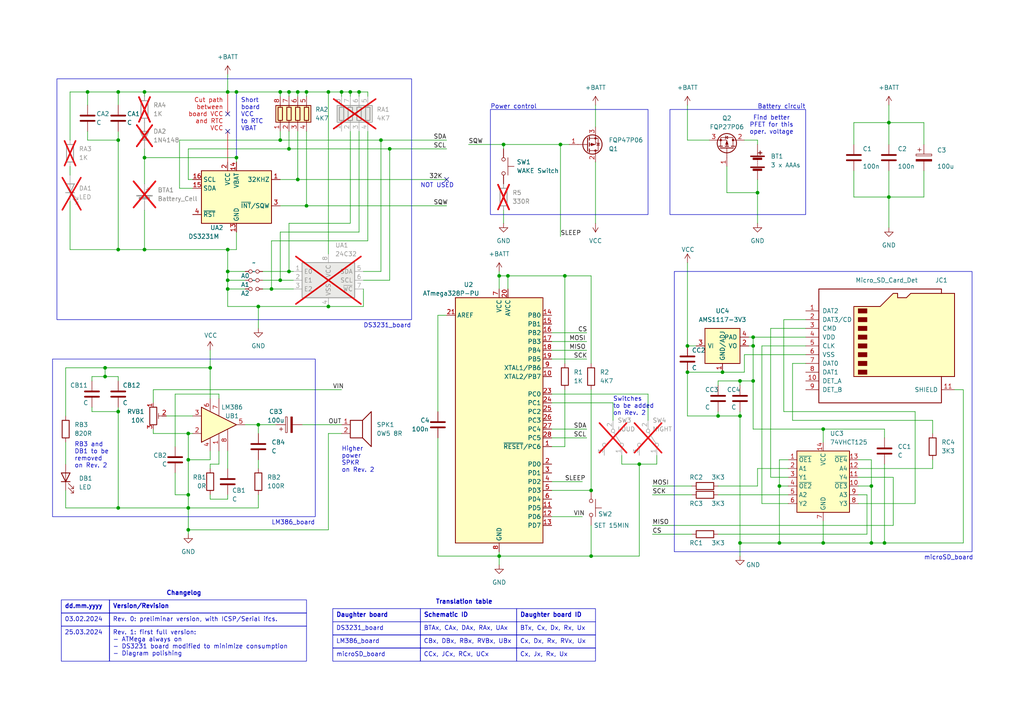
<source format=kicad_sch>
(kicad_sch (version 20231120) (generator "eeschema") (generator_version "8.0")
  (paper "A4")
  (title_block (title "Seikosha80 Westminster Chimer") (rev "1") (comment 1 "and \"http://gammon.com.au/images/Arduino/HHS_Temperature_Logger1.png\"") (comment 2 "Loosely based on \"http://www.gammon.com.au/forum/?id=12106\""))
  (lib_symbols
    (symbol "+BATT_1" (power) (pin_names (offset 0))
      (property "Value" "+BATT_1" (at 0 5.08 0))
      (symbol "+BATT_1_1_1"
        (pin power_in line (at 0 0 90) (length 0) hide (name "+BATT") (number "1"))
      )
    )
    (symbol "AMS1117-3V3:AMS1117-3V3" (pin_names (offset 0.762))
      (property "Reference" "U" (at 2.54 -6.35 0))
      (property "Value" "AMS1117-3V3" (at 0 6.35 0))
      (property "Datasheet" "http://www.ti.com/lit/ds/symlink/lm1117.pdf" (at 2.54 -6.35 0))
      (symbol "AMS1117-3V3_1_1"
        (pin passive line (at 0 -7.62 90) (length 2.54) (name "GND/ADJ") (number "1"))
        (pin power_out line (at 7.62 0 180) (length 2.54) (name "VO") (number "2"))
        (pin power_in line (at -7.62 0 0) (length 2.54) (name "VI") (number "3"))
        (pin power_out line (at 7.62 2.54 180) (length 2.54) (name "PAD") (number "4"))
      )
    )
    (symbol "Amplifier_Audio:LM386" (pin_names (offset 0.127) hide)
      (property "Reference" "U" (at 1.27 7.62 0))
      (property "Value" "LM386" (at 1.27 5.08 0))
      (symbol "LM386_1_1"
        (pin input line (at 0 -7.62 90) (length 5.08) (name "GAIN") (number "1"))
        (pin input line (at -7.62 -2.54 0) (length 2.54) (name "-") (number "2"))
        (pin input line (at -7.62 2.54 0) (length 2.54) (name "+") (number "3"))
        (pin power_in line (at -2.54 -7.62 90) (length 3.81) (name "GND") (number "4"))
        (pin output line (at 7.62 0 180) (length 2.54) (name "~") (number "5"))
        (pin power_in line (at -2.54 7.62 270) (length 3.81) (name "V+") (number "6"))
        (pin input line (at 0 7.62 270) (length 5.08) (name "BYPASS") (number "7"))
        (pin input line (at 2.54 -7.62 90) (length 6.35) (name "GAIN") (number "8"))
      )
    )
    (symbol "Connector:Micro_SD_Card_Det" (pin_names (offset 1.016))
      (property "Reference" "J" (at -16.51 17.78 0))
      (property "Value" "Micro_SD_Card_Det" (at 16.51 17.78 0))
      (symbol "Micro_SD_Card_Det_1_1"
        (pin bidirectional line (at -22.86 10.16 0) (length 3.81) (name "DAT2") (number "1"))
        (pin passive line (at -22.86 -10.16 0) (length 3.81) (name "DET_A") (number "10"))
        (pin passive line (at 20.32 -12.7 180) (length 3.81) (name "SHIELD") (number "11"))
        (pin bidirectional line (at -22.86 7.62 0) (length 3.81) (name "DAT3/CD") (number "2"))
        (pin input line (at -22.86 5.08 0) (length 3.81) (name "CMD") (number "3"))
        (pin power_in line (at -22.86 2.54 0) (length 3.81) (name "VDD") (number "4"))
        (pin input line (at -22.86 0 0) (length 3.81) (name "CLK") (number "5"))
        (pin power_in line (at -22.86 -2.54 0) (length 3.81) (name "VSS") (number "6"))
        (pin bidirectional line (at -22.86 -5.08 0) (length 3.81) (name "DAT0") (number "7"))
        (pin bidirectional line (at -22.86 -7.62 0) (length 3.81) (name "DAT1") (number "8"))
        (pin passive line (at -22.86 -12.7 0) (length 3.81) (name "DET_B") (number "9"))
      )
    )
    (symbol "Device:Battery" (pin_numbers hide) (pin_names (offset 0) hide)
      (property "Reference" "BT" (at 2.54 2.54 0))
      (property "Value" "Battery" (at 2.54 0 0))
      (symbol "Battery_1_1"
        (pin passive line (at 0 5.08 270) (length 2.54) (name "+") (number "1"))
        (pin passive line (at 0 -5.08 90) (length 2.54) (name "-") (number "2"))
      )
    )
    (symbol "Device:Battery_Cell" (pin_numbers hide) (pin_names (offset 0) hide)
      (property "Reference" "BT" (at 2.54 2.54 0))
      (property "Value" "Battery_Cell" (at 2.54 0 0))
      (symbol "Battery_Cell_1_1"
        (pin passive line (at 0 5.08 270) (length 2.54) (name "+") (number "1"))
        (pin passive line (at 0 -2.54 90) (length 2.54) (name "-") (number "2"))
      )
    )
    (symbol "Device:C" (pin_numbers hide) (pin_names (offset 0.254))
      (property "Reference" "C" (at 0.635 2.54 0))
      (property "Value" "C" (at 0.635 -2.54 0))
      (symbol "C_1_1"
        (pin passive line (at 0 3.81 270) (length 2.794) (name "~") (number "1"))
        (pin passive line (at 0 -3.81 90) (length 2.794) (name "~") (number "2"))
      )
    )
    (symbol "Device:CP" (pin_numbers hide) (pin_names (offset 0.254))
      (property "Reference" "C" (at 0.635 2.54 0))
      (property "Value" "CP" (at 0.635 -2.54 0))
      (symbol "CP_1_1"
        (pin passive line (at 0 3.81 270) (length 2.794) (name "~") (number "1"))
        (pin passive line (at 0 -3.81 90) (length 2.794) (name "~") (number "2"))
      )
    )
    (symbol "Device:Jumper_NO_Small" (pin_numbers hide) (pin_names (offset 0.762) hide)
      (property "Reference" "JP" (at 0 2.032 0))
      (property "Value" "Jumper_NO_Small" (at 0.254 -1.524 0))
      (symbol "Jumper_NO_Small_0_1"
        (pin passive line (at -2.54 0 0) (length 1.016) (name "1") (number "1"))
        (pin passive line (at 2.54 0 180) (length 1.016) (name "2") (number "2"))
      )
    )
    (symbol "Device:LED" (pin_numbers hide) (pin_names (offset 1.016) hide)
      (property "Reference" "D" (at 0 2.54 0))
      (property "Value" "LED" (at 0 -2.54 0))
      (symbol "LED_1_1"
        (pin passive line (at -3.81 0 0) (length 2.54) (name "K") (number "1"))
        (pin passive line (at 3.81 0 180) (length 2.54) (name "A") (number "2"))
      )
    )
    (symbol "Device:R" (pin_numbers hide) (pin_names (offset 0))
      (property "Reference" "R" (at 2.032 0 90))
      (property "Value" "R" (at 0 0 90))
      (symbol "R_1_1"
        (pin passive line (at 0 3.81 270) (length 1.27) (name "~") (number "1"))
        (pin passive line (at 0 -3.81 90) (length 1.27) (name "~") (number "2"))
      )
    )
    (symbol "Device:R_POT_TRIM" (pin_names (offset 1.016) hide)
      (property "Reference" "RV" (at -4.445 0 90))
      (property "Value" "R_POT_TRIM" (at -2.54 0 90))
      (symbol "R_POT_TRIM_1_1"
        (pin passive line (at 0 3.81 270) (length 1.27) (name "1") (number "1"))
        (pin passive line (at 3.81 0 180) (length 1.27) (name "2") (number "2"))
        (pin passive line (at 0 -3.81 90) (length 1.27) (name "3") (number "3"))
      )
    )
    (symbol "Device:R_Pack04" (pin_names (offset 0) hide)
      (property "Reference" "RN" (at -7.62 0 90))
      (property "Value" "R_Pack04" (at 5.08 0 90))
      (symbol "R_Pack04_1_1"
        (pin passive line (at -5.08 -5.08 90) (length 2.54) (name "R1.1") (number "1"))
        (pin passive line (at -2.54 -5.08 90) (length 2.54) (name "R2.1") (number "2"))
        (pin passive line (at 0 -5.08 90) (length 2.54) (name "R3.1") (number "3"))
        (pin passive line (at 2.54 -5.08 90) (length 2.54) (name "R4.1") (number "4"))
        (pin passive line (at 2.54 5.08 270) (length 2.54) (name "R4.2") (number "5"))
        (pin passive line (at 0 5.08 270) (length 2.54) (name "R3.2") (number "6"))
        (pin passive line (at -2.54 5.08 270) (length 2.54) (name "R2.2") (number "7"))
        (pin passive line (at -5.08 5.08 270) (length 2.54) (name "R1.2") (number "8"))
      )
    )
    (symbol "Device:Speaker" (pin_names (offset 0) hide)
      (property "Reference" "LS" (at 1.27 5.715 0))
      (property "Value" "Speaker" (at 1.27 3.81 0))
      (symbol "Speaker_1_1"
        (pin input line (at -5.08 0 0) (length 2.54) (name "1") (number "1"))
        (pin input line (at -5.08 -2.54 0) (length 2.54) (name "2") (number "2"))
      )
    )
    (symbol "Diode:1N4148" (pin_numbers hide) (pin_names (offset 1.016) hide)
      (property "Reference" "D" (at 0 2.54 0))
      (property "Value" "1N4148" (at 0 -2.54 0))
      (symbol "1N4148_1_1"
        (pin passive line (at -3.81 0 0) (length 2.54) (name "K") (number "1"))
        (pin passive line (at 3.81 0 180) (length 2.54) (name "A") (number "2"))
      )
    )
    (symbol "MCU_Microchip_ATmega:ATmega328P-P"
      (property "Reference" "U" (at -12.7 36.83 0))
      (property "Value" "ATmega328P-P" (at 2.54 -36.83 0))
      (symbol "ATmega328P-P_1_1"
        (pin bidirectional line (at 15.24 -7.62 180) (length 2.54) (name "~{RESET}/PC6") (number "1"))
        (pin bidirectional line (at 15.24 12.7 180) (length 2.54) (name "XTAL2/PB7") (number "10"))
        (pin bidirectional line (at 15.24 -25.4 180) (length 2.54) (name "PD5") (number "11"))
        (pin bidirectional line (at 15.24 -27.94 180) (length 2.54) (name "PD6") (number "12"))
        (pin bidirectional line (at 15.24 -30.48 180) (length 2.54) (name "PD7") (number "13"))
        (pin bidirectional line (at 15.24 30.48 180) (length 2.54) (name "PB0") (number "14"))
        (pin bidirectional line (at 15.24 27.94 180) (length 2.54) (name "PB1") (number "15"))
        (pin bidirectional line (at 15.24 25.4 180) (length 2.54) (name "PB2") (number "16"))
        (pin bidirectional line (at 15.24 22.86 180) (length 2.54) (name "PB3") (number "17"))
        (pin bidirectional line (at 15.24 20.32 180) (length 2.54) (name "PB4") (number "18"))
        (pin bidirectional line (at 15.24 17.78 180) (length 2.54) (name "PB5") (number "19"))
        (pin bidirectional line (at 15.24 -12.7 180) (length 2.54) (name "PD0") (number "2"))
        (pin power_in line (at 2.54 38.1 270) (length 2.54) (name "AVCC") (number "20"))
        (pin passive line (at -15.24 30.48 0) (length 2.54) (name "AREF") (number "21"))
        (pin passive line (at 0 -38.1 90) (length 2.54) hide (name "GND") (number "22"))
        (pin bidirectional line (at 15.24 7.62 180) (length 2.54) (name "PC0") (number "23"))
        (pin bidirectional line (at 15.24 5.08 180) (length 2.54) (name "PC1") (number "24"))
        (pin bidirectional line (at 15.24 2.54 180) (length 2.54) (name "PC2") (number "25"))
        (pin bidirectional line (at 15.24 0 180) (length 2.54) (name "PC3") (number "26"))
        (pin bidirectional line (at 15.24 -2.54 180) (length 2.54) (name "PC4") (number "27"))
        (pin bidirectional line (at 15.24 -5.08 180) (length 2.54) (name "PC5") (number "28"))
        (pin bidirectional line (at 15.24 -15.24 180) (length 2.54) (name "PD1") (number "3"))
        (pin bidirectional line (at 15.24 -17.78 180) (length 2.54) (name "PD2") (number "4"))
        (pin bidirectional line (at 15.24 -20.32 180) (length 2.54) (name "PD3") (number "5"))
        (pin bidirectional line (at 15.24 -22.86 180) (length 2.54) (name "PD4") (number "6"))
        (pin power_in line (at 0 38.1 270) (length 2.54) (name "VCC") (number "7"))
        (pin power_in line (at 0 -38.1 90) (length 2.54) (name "GND") (number "8"))
        (pin bidirectional line (at 15.24 15.24 180) (length 2.54) (name "XTAL1/PB6") (number "9"))
      )
    )
    (symbol "Memory_EEPROM:CAT24C256"
      (property "Reference" "U3" (at 1.9559 10.16 0))
      (property "Value" "74VHCT125" (at 1.9559 7.62 0))
      (symbol "CAT24C256_1_1"
        (pin input line (at -10.16 2.54 0) (length 2.54) (name "~{OE1}") (number "1"))
        (pin input line (at 10.16 -5.08 180) (length 2.54) (name "~{OE3}") (number "10"))
        (pin output line (at 10.16 -2.54 180) (length 2.54) (name "Y4") (number "11"))
        (pin input line (at 10.16 0 180) (length 2.54) (name "A4") (number "12"))
        (pin input line (at 10.16 2.54 180) (length 2.54) (name "~{OE4}") (number "13"))
        (pin power_in line (at 0 7.62 270) (length 2.54) (name "VCC") (number "14"))
        (pin input line (at -10.16 0 0) (length 2.54) (name "A1") (number "2"))
        (pin output line (at -10.16 -2.54 0) (length 2.54) (name "Y1") (number "3"))
        (pin input line (at -10.16 -5.08 0) (length 2.54) (name "~{OE2}") (number "4"))
        (pin input line (at -10.16 -7.62 0) (length 2.54) (name "A2") (number "5"))
        (pin output line (at -10.16 -10.16 0) (length 2.54) (name "Y2") (number "6"))
        (pin power_in line (at 0 -15.24 90) (length 2.54) (name "GND") (number "7"))
        (pin output line (at 10.16 -10.16 180) (length 2.54) (name "Y3") (number "8"))
        (pin input line (at 10.16 -7.62 180) (length 2.54) (name "A3") (number "9"))
      )
    )
    (symbol "Memory_EEPROM:M24C02-FDW"
      (property "Reference" "U" (at -6.35 6.35 0))
      (property "Value" "M24C02-FDW" (at 7.62 6.35 0))
      (symbol "M24C02-FDW_1_1"
        (pin input line (at -10.16 2.54 0) (length 2.54) (name "E0") (number "1"))
        (pin input line (at -10.16 0 0) (length 2.54) (name "E1") (number "2"))
        (pin input line (at -10.16 -2.54 0) (length 2.54) (name "E2") (number "3"))
        (pin power_in line (at 0 -7.62 90) (length 2.54) (name "VSS") (number "4"))
        (pin bidirectional line (at 10.16 2.54 180) (length 2.54) (name "SDA") (number "5"))
        (pin input line (at 10.16 0 180) (length 2.54) (name "SCL") (number "6"))
        (pin input line (at 10.16 -2.54 180) (length 2.54) (name "~{WC}") (number "7"))
        (pin power_in line (at 0 7.62 270) (length 2.54) (name "VCC") (number "8"))
      )
    )
    (symbol "Switch:SW_Push" (pin_numbers hide) (pin_names (offset 1.016) hide)
      (property "Reference" "SW" (at 1.27 2.54 0))
      (property "Value" "SW_Push" (at 0 -1.524 0))
      (symbol "SW_Push_0_1"
        (pin passive line (at -5.08 0 0) (length 2.54) (name "1") (number "1"))
        (pin passive line (at 5.08 0 180) (length 2.54) (name "2") (number "2"))
      )
    )
    (symbol "Switch:SW_SPDT" (pin_names (offset 0) hide)
      (property "Reference" "SW" (at 0 4.318 0))
      (property "Value" "SW_SPDT" (at 0 -5.08 0))
      (symbol "SW_SPDT_1_1"
        (pin passive line (at 5.08 2.54 180) (length 2.54) (name "A") (number "1"))
        (pin passive line (at -5.08 0 0) (length 2.54) (name "B") (number "2"))
        (pin passive line (at 5.08 -2.54 180) (length 2.54) (name "C") (number "3"))
      )
    )
    (symbol "Timer_RTC:DS3231M"
      (property "Reference" "U" (at -7.62 8.89 0))
      (property "Value" "DS3231M" (at 10.16 8.89 0))
      (symbol "DS3231M_1_1"
        (pin open_collector line (at 12.7 5.08 180) (length 2.54) (name "32KHZ") (number "1"))
        (pin passive line (at 0 -10.16 90) (length 2.54) hide (name "GND") (number "10"))
        (pin passive line (at 0 -10.16 90) (length 2.54) hide (name "GND") (number "11"))
        (pin passive line (at 0 -10.16 90) (length 2.54) hide (name "GND") (number "12"))
        (pin power_in line (at 0 -10.16 90) (length 2.54) (name "GND") (number "13"))
        (pin power_in line (at 0 10.16 270) (length 2.54) (name "VBAT") (number "14"))
        (pin bidirectional line (at -12.7 2.54 0) (length 2.54) (name "SDA") (number "15"))
        (pin input line (at -12.7 5.08 0) (length 2.54) (name "SCL") (number "16"))
        (pin power_in line (at -2.54 10.16 270) (length 2.54) (name "VCC") (number "2"))
        (pin open_collector line (at 12.7 -2.54 180) (length 2.54) (name "~{INT}/SQW") (number "3"))
        (pin bidirectional line (at -12.7 -5.08 0) (length 2.54) (name "~{RST}") (number "4"))
        (pin passive line (at 0 -10.16 90) (length 2.54) hide (name "GND") (number "5"))
        (pin passive line (at 0 -10.16 90) (length 2.54) hide (name "GND") (number "6"))
        (pin passive line (at 0 -10.16 90) (length 2.54) hide (name "GND") (number "7"))
        (pin passive line (at 0 -10.16 90) (length 2.54) hide (name "GND") (number "8"))
        (pin passive line (at 0 -10.16 90) (length 2.54) hide (name "GND") (number "9"))
      )
    )
    (symbol "Transistor_FET:FQP27P06" (pin_names hide)
      (property "Reference" "Q" (at 5.08 1.905 0))
      (property "Value" "FQP27P06" (at 5.08 0 0))
      (symbol "FQP27P06_1_1"
        (pin input line (at -5.08 0 0) (length 2.54) (name "G") (number "1"))
        (pin passive line (at 2.54 5.08 270) (length 2.54) (name "D") (number "2"))
        (pin passive line (at 2.54 -5.08 90) (length 2.54) (name "S") (number "3"))
      )
    )
    (symbol "power:+BATT" (power) (pin_names (offset 0))
      (property "Value" "+BATT" (at 0 3.556 0))
      (symbol "+BATT_1_1"
        (pin power_in line (at 0 0 90) (length 0) hide (name "+BATT") (number "1"))
      )
    )
    (symbol "power:GND" (power) (pin_names (offset 0))
      (property "Value" "GND" (at 0 -3.81 0))
      (symbol "GND_1_1"
        (pin power_in line (at 0 0 270) (length 0) hide (name "GND") (number "1"))
      )
    )
    (symbol "power:VCC" (power) (pin_names (offset 0))
      (property "Value" "VCCSW" (at 0 5.08 0))
      (symbol "VCC_1_1"
        (pin power_in line (at 0 0 90) (length 0) hide (name "VCC") (number "1"))
      )
    )
  )
  (junction (at 163.83 80.01))
  (junction (at 226.06 157.48))
  (junction (at 83.82 26.67))
  (junction (at 78.74 83.82))
  (junction (at 171.45 142.24))
  (junction (at 54.61 147.32))
  (junction (at 219.71 55.88))
  (junction (at 25.4 26.67))
  (junction (at 34.29 72.39))
  (junction (at 257.81 57.15))
  (junction (at 86.36 52.07))
  (junction (at 83.82 78.74))
  (junction (at 162.56 41.91))
  (junction (at 54.61 153.67))
  (junction (at 88.9 59.69))
  (junction (at 199.39 100.33))
  (junction (at 147.32 80.01))
  (junction (at 74.93 123.19))
  (junction (at 238.76 157.48))
  (junction (at 41.91 26.67))
  (junction (at 199.39 107.95))
  (junction (at 30.48 106.68))
  (junction (at 208.28 120.65))
  (junction (at 218.44 110.49))
  (junction (at 88.9 26.67))
  (junction (at 74.93 88.9))
  (junction (at 218.44 100.33))
  (junction (at 66.04 81.28))
  (junction (at 214.63 157.48))
  (junction (at 110.49 40.64))
  (junction (at 256.54 157.48))
  (junction (at 60.96 106.68))
  (junction (at 41.91 72.39))
  (junction (at 81.28 40.64))
  (junction (at 238.76 124.46))
  (junction (at 83.82 43.18))
  (junction (at 101.6 26.67))
  (junction (at 252.73 140.97))
  (junction (at 104.14 26.67))
  (junction (at 209.55 107.95))
  (junction (at 34.29 26.67))
  (junction (at 66.04 72.39))
  (junction (at 68.58 26.67))
  (junction (at 81.28 81.28))
  (junction (at 41.91 45.72))
  (junction (at 171.45 161.29))
  (junction (at 99.06 26.67))
  (junction (at 95.25 88.9))
  (junction (at 66.04 78.74))
  (junction (at 54.61 143.51))
  (junction (at 146.05 41.91))
  (junction (at 66.04 83.82))
  (junction (at 113.03 43.18))
  (junction (at 81.28 26.67))
  (junction (at 68.58 45.72))
  (junction (at 226.06 140.97))
  (junction (at 86.36 26.67))
  (junction (at 252.73 157.48))
  (junction (at 34.29 147.32))
  (junction (at 257.81 35.56))
  (junction (at 144.78 161.29))
  (junction (at 66.04 26.67))
  (junction (at 30.48 109.22))
  (junction (at 95.25 26.67))
  (junction (at 54.61 133.35))
  (junction (at 34.29 40.64))
  (junction (at 144.78 80.01))
  (junction (at 34.29 119.38))
  (junction (at 218.44 97.79))
  (junction (at 54.61 125.73))
  (junction (at 214.63 120.65))
  (junction (at 185.42 134.62))
  (junction (at 214.63 110.49))
  (no_connect (at 66.04 33.02))
  (no_connect (at 129.54 52.07))
  (no_connect (at 66.04 38.1))
  (wire (pts (xy 267.97 57.15) (xy 257.81 57.15)))
  (wire (pts (xy 218.44 100.33) (xy 218.44 110.49)))
  (wire (pts (xy 257.81 57.15) (xy 257.81 66.04)))
  (wire (pts (xy 162.56 41.91) (xy 162.56 68.58)))
  (wire (pts (xy 19.05 147.32) (xy 34.29 147.32)))
  (wire (pts (xy 68.58 26.67) (xy 68.58 45.72)) (stroke (width 0) (color 0 0 194 1)))
  (wire (pts (xy 214.63 110.49) (xy 214.63 111.76)))
  (wire (pts (xy 233.68 105.41) (xy 229.87 105.41)))
  (wire (pts (xy 180.34 132.08) (xy 180.34 134.62)))
  (wire (pts (xy 208.28 154.94) (xy 251.46 154.94)))
  (wire (pts (xy 63.5 114.3) (xy 50.8 114.3)))
  (wire (pts (xy 44.45 116.84) (xy 44.45 113.03)))
  (wire (pts (xy 60.96 133.35) (xy 54.61 133.35)))
  (wire (pts (xy 25.4 26.67) (xy 34.29 26.67)))
  (wire (pts (xy 83.82 43.18) (xy 113.03 43.18)))
  (wire (pts (xy 199.39 40.64) (xy 205.74 40.64)))
  (wire (pts (xy 63.5 115.57) (xy 63.5 114.3)))
  (wire (pts (xy 50.8 137.16) (xy 50.8 143.51)))
  (wire (pts (xy 171.45 152.4) (xy 171.45 161.29)))
  (wire (pts (xy 86.36 52.07) (xy 81.28 52.07)))
  (wire (pts (xy 248.92 140.97) (xy 252.73 140.97)))
  (wire (pts (xy 78.74 69.85) (xy 78.74 83.82)))
  (wire (pts (xy 247.65 57.15) (xy 257.81 57.15)))
  (wire (pts (xy 63.5 134.62) (xy 63.5 130.81)))
  (wire (pts (xy 104.14 26.67) (xy 106.68 26.67)))
  (wire (pts (xy 41.91 45.72) (xy 41.91 53.34)))
  (wire (pts (xy 26.67 118.11) (xy 26.67 119.38)))
  (wire (pts (xy 189.23 154.94) (xy 200.66 154.94)))
  (wire (pts (xy 81.28 40.64) (xy 110.49 40.64)))
  (wire (pts (xy 127 127) (xy 127 161.29)))
  (wire (pts (xy 30.48 106.68) (xy 19.05 106.68)))
  (wire (pts (xy 88.9 26.67) (xy 95.25 26.67)))
  (wire (pts (xy 30.48 109.22) (xy 34.29 109.22)))
  (wire (pts (xy 177.8 116.84) (xy 177.8 121.92)))
  (wire (pts (xy 189.23 152.4) (xy 259.08 152.4)))
  (wire (pts (xy 99.06 125.73) (xy 95.25 125.73)))
  (wire (pts (xy 34.29 147.32) (xy 54.61 147.32)))
  (wire (pts (xy 160.02 142.24) (xy 171.45 142.24)))
  (wire (pts (xy 95.25 26.67) (xy 99.06 26.67)))
  (wire (pts (xy 76.2 83.82) (xy 78.74 83.82)))
  (wire (pts (xy 187.96 114.3) (xy 187.96 121.92)))
  (wire (pts (xy 218.44 124.46) (xy 238.76 124.46)))
  (wire (pts (xy 210.82 55.88) (xy 219.71 55.88)))
  (wire (pts (xy 41.91 45.72) (xy 68.58 45.72)))
  (wire (pts (xy 228.6 135.89) (xy 219.71 135.89)))
  (wire (pts (xy 55.88 125.73) (xy 54.61 125.73)))
  (wire (pts (xy 160.02 149.86) (xy 168.91 149.86)))
  (wire (pts (xy 34.29 38.1) (xy 34.29 40.64)))
  (wire (pts (xy 74.93 143.51) (xy 74.93 147.32)))
  (wire (pts (xy 199.39 120.65) (xy 199.39 107.95)))
  (wire (pts (xy 256.54 157.48) (xy 252.73 157.48)))
  (wire (pts (xy 81.28 81.28) (xy 85.09 81.28)))
  (wire (pts (xy 259.08 138.43) (xy 259.08 152.4)))
  (wire (pts (xy 279.4 113.03) (xy 279.4 157.48)))
  (wire (pts (xy 189.23 140.97) (xy 200.66 140.97)))
  (wire (pts (xy 68.58 72.39) (xy 68.58 67.31)))
  (wire (pts (xy 54.61 133.35) (xy 54.61 143.51)))
  (wire (pts (xy 66.04 26.67) (xy 68.58 26.67)))
  (wire (pts (xy 247.65 41.91) (xy 247.65 35.56)))
  (wire (pts (xy 81.28 40.64) (xy 81.28 38.1)))
  (wire (pts (xy 248.92 133.35) (xy 252.73 133.35)))
  (wire (pts (xy 60.96 134.62) (xy 63.5 134.62)))
  (wire (pts (xy 144.78 161.29) (xy 144.78 163.83)))
  (wire (pts (xy 113.03 43.18) (xy 129.54 43.18)))
  (wire (pts (xy 160.02 114.3) (xy 187.96 114.3)))
  (wire (pts (xy 147.32 80.01) (xy 144.78 80.01)))
  (wire (pts (xy 99.06 26.67) (xy 101.6 26.67)))
  (wire (pts (xy 279.4 157.48) (xy 256.54 157.48)))
  (wire (pts (xy 66.04 81.28) (xy 66.04 83.82)))
  (wire (pts (xy 88.9 26.67) (xy 88.9 27.94)))
  (wire (pts (xy 146.05 41.91) (xy 162.56 41.91)))
  (wire (pts (xy 144.78 161.29) (xy 171.45 161.29)))
  (wire (pts (xy 81.28 67.31) (xy 81.28 81.28)))
  (wire (pts (xy 171.45 105.41) (xy 171.45 80.01)))
  (wire (pts (xy 233.68 100.33) (xy 220.98 100.33)))
  (wire (pts (xy 163.83 80.01) (xy 147.32 80.01)))
  (wire (pts (xy 105.41 83.82) (xy 105.41 88.9)))
  (wire (pts (xy 270.51 135.89) (xy 270.51 133.35)))
  (wire (pts (xy 25.4 26.67) (xy 20.32 26.67)))
  (wire (pts (xy 185.42 134.62) (xy 190.5 134.62)))
  (wire (pts (xy 83.82 78.74) (xy 85.09 78.74)))
  (wire (pts (xy 83.82 26.67) (xy 86.36 26.67)))
  (wire (pts (xy 88.9 59.69) (xy 129.54 59.69)))
  (wire (pts (xy 71.12 123.19) (xy 74.93 123.19)))
  (wire (pts (xy 50.8 114.3) (xy 50.8 129.54)))
  (wire (pts (xy 48.26 120.65) (xy 55.88 120.65)))
  (wire (pts (xy 144.78 80.01) (xy 144.78 83.82)))
  (wire (pts (xy 267.97 49.53) (xy 267.97 57.15)))
  (wire (pts (xy 68.58 26.67) (xy 81.28 26.67)))
  (wire (pts (xy 220.98 146.05) (xy 228.6 146.05)))
  (wire (pts (xy 270.51 121.92) (xy 270.51 125.73)))
  (wire (pts (xy 199.39 30.48) (xy 199.39 40.64)))
  (wire (pts (xy 223.52 95.25) (xy 233.68 95.25)))
  (wire (pts (xy 238.76 128.27) (xy 238.76 124.46)))
  (wire (pts (xy 257.81 30.48) (xy 257.81 35.56)))
  (wire (pts (xy 60.96 143.51) (xy 60.96 144.78)))
  (wire (pts (xy 218.44 97.79) (xy 233.68 97.79)))
  (wire (pts (xy 228.6 133.35) (xy 226.06 133.35)))
  (wire (pts (xy 217.17 100.33) (xy 218.44 100.33)))
  (wire (pts (xy 30.48 106.68) (xy 60.96 106.68)))
  (wire (pts (xy 26.67 109.22) (xy 30.48 109.22)))
  (wire (pts (xy 162.56 41.91) (xy 165.1 41.91)))
  (wire (pts (xy 66.04 83.82) (xy 66.04 88.9)))
  (wire (pts (xy 54.61 125.73) (xy 54.61 133.35)))
  (wire (pts (xy 214.63 157.48) (xy 226.06 157.48)))
  (wire (pts (xy 86.36 52.07) (xy 129.54 52.07)))
  (wire (pts (xy 210.82 48.26) (xy 210.82 55.88)))
  (wire (pts (xy 160.02 101.6) (xy 170.18 101.6)))
  (wire (pts (xy 214.63 157.48) (xy 214.63 161.29)))
  (wire (pts (xy 83.82 43.18) (xy 83.82 38.1)))
  (wire (pts (xy 26.67 110.49) (xy 26.67 109.22)))
  (wire (pts (xy 74.93 123.19) (xy 74.93 125.73)))
  (wire (pts (xy 163.83 105.41) (xy 163.83 80.01)))
  (wire (pts (xy 74.93 147.32) (xy 54.61 147.32)))
  (wire (pts (xy 160.02 124.46) (xy 170.18 124.46)))
  (wire (pts (xy 74.93 133.35) (xy 74.93 135.89)))
  (wire (pts (xy 86.36 26.67) (xy 86.36 27.94)))
  (wire (pts (xy 219.71 40.64) (xy 219.71 41.91)))
  (wire (pts (xy 172.72 46.99) (xy 172.72 64.77)))
  (wire (pts (xy 55.88 52.07) (xy 54.61 52.07)))
  (wire (pts (xy 74.93 95.25) (xy 74.93 88.9)))
  (wire (pts (xy 34.29 72.39) (xy 41.91 72.39)))
  (wire (pts (xy 66.04 83.82) (xy 71.12 83.82)))
  (wire (pts (xy 105.41 78.74) (xy 110.49 78.74)))
  (wire (pts (xy 104.14 67.31) (xy 81.28 67.31)))
  (wire (pts (xy 247.65 35.56) (xy 257.81 35.56)))
  (wire (pts (xy 66.04 26.67) (xy 66.04 33.02)) (stroke (width 0) (color 194 0 0 1)))
  (wire (pts (xy 218.44 97.79) (xy 218.44 100.33)))
  (wire (pts (xy 110.49 78.74) (xy 110.49 40.64)))
  (wire (pts (xy 160.02 116.84) (xy 177.8 116.84)))
  (wire (pts (xy 25.4 26.67) (xy 25.4 30.48)))
  (wire (pts (xy 44.45 113.03) (xy 99.06 113.03)))
  (wire (pts (xy 215.9 107.95) (xy 209.55 107.95)))
  (wire (pts (xy 215.9 102.87) (xy 215.9 107.95)))
  (wire (pts (xy 248.92 143.51) (xy 251.46 143.51)))
  (wire (pts (xy 30.48 109.22) (xy 30.48 106.68)))
  (wire (pts (xy 251.46 143.51) (xy 251.46 154.94)))
  (wire (pts (xy 106.68 26.67) (xy 106.68 27.94)))
  (wire (pts (xy 87.63 123.19) (xy 99.06 123.19)))
  (wire (pts (xy 228.6 138.43) (xy 223.52 138.43)))
  (wire (pts (xy 229.87 105.41) (xy 229.87 121.92)))
  (wire (pts (xy 60.96 130.81) (xy 60.96 133.35)))
  (wire (pts (xy 163.83 129.54) (xy 163.83 113.03)))
  (wire (pts (xy 248.92 138.43) (xy 259.08 138.43)))
  (wire (pts (xy 19.05 128.27) (xy 19.05 134.62)))
  (wire (pts (xy 171.45 113.03) (xy 171.45 142.24)))
  (wire (pts (xy 81.28 26.67) (xy 81.28 27.94)))
  (wire (pts (xy 54.61 52.07) (xy 54.61 43.18)))
  (wire (pts (xy 110.49 40.64) (xy 129.54 40.64)))
  (wire (pts (xy 25.4 40.64) (xy 34.29 40.64)))
  (wire (pts (xy 265.43 146.05) (xy 265.43 119.38)))
  (wire (pts (xy 214.63 110.49) (xy 218.44 110.49)))
  (wire (pts (xy 146.05 41.91) (xy 146.05 43.18)))
  (wire (pts (xy 34.29 26.67) (xy 34.29 30.48)))
  (wire (pts (xy 44.45 124.46) (xy 44.45 125.73)))
  (wire (pts (xy 229.87 121.92) (xy 270.51 121.92)))
  (wire (pts (xy 214.63 120.65) (xy 214.63 157.48)))
  (wire (pts (xy 76.2 78.74) (xy 83.82 78.74)))
  (wire (pts (xy 267.97 41.91) (xy 267.97 35.56)))
  (wire (pts (xy 226.06 140.97) (xy 228.6 140.97)))
  (wire (pts (xy 238.76 157.48) (xy 226.06 157.48)))
  (wire (pts (xy 52.07 54.61) (xy 52.07 40.64)))
  (wire (pts (xy 20.32 72.39) (xy 34.29 72.39)))
  (wire (pts (xy 54.61 153.67) (xy 95.25 153.67)))
  (wire (pts (xy 160.02 99.06) (xy 170.18 99.06)))
  (wire (pts (xy 66.04 78.74) (xy 66.04 81.28)))
  (wire (pts (xy 256.54 127) (xy 256.54 124.46)))
  (wire (pts (xy 26.67 119.38) (xy 34.29 119.38)))
  (wire (pts (xy 199.39 107.95) (xy 209.55 107.95)))
  (wire (pts (xy 81.28 59.69) (xy 88.9 59.69)))
  (wire (pts (xy 50.8 143.51) (xy 54.61 143.51)))
  (wire (pts (xy 101.6 26.67) (xy 101.6 27.94)))
  (wire (pts (xy 99.06 26.67) (xy 99.06 27.94)))
  (wire (pts (xy 252.73 140.97) (xy 252.73 157.48)))
  (wire (pts (xy 218.44 110.49) (xy 218.44 124.46)))
  (wire (pts (xy 219.71 55.88) (xy 219.71 64.77)))
  (wire (pts (xy 41.91 26.67) (xy 41.91 27.94)))
  (wire (pts (xy 88.9 38.1) (xy 88.9 59.69)))
  (wire (pts (xy 20.32 48.26) (xy 20.32 50.8)))
  (wire (pts (xy 208.28 120.65) (xy 199.39 120.65)))
  (wire (pts (xy 160.02 127) (xy 170.18 127)))
  (wire (pts (xy 55.88 54.61) (xy 52.07 54.61)))
  (wire (pts (xy 257.81 49.53) (xy 257.81 57.15)))
  (wire (pts (xy 34.29 40.64) (xy 34.29 72.39)))
  (wire (pts (xy 86.36 38.1) (xy 86.36 52.07)))
  (wire (pts (xy 199.39 100.33) (xy 199.39 76.2)))
  (wire (pts (xy 68.58 45.72) (xy 68.58 46.99)))
  (wire (pts (xy 66.04 72.39) (xy 68.58 72.39)))
  (wire (pts (xy 219.71 135.89) (xy 219.71 140.97)))
  (wire (pts (xy 226.06 133.35) (xy 226.06 140.97)))
  (wire (pts (xy 52.07 40.64) (xy 81.28 40.64)))
  (wire (pts (xy 95.25 125.73) (xy 95.25 153.67)))
  (wire (pts (xy 66.04 78.74) (xy 71.12 78.74)))
  (wire (pts (xy 104.14 26.67) (xy 104.14 27.94)))
  (wire (pts (xy 66.04 130.81) (xy 66.04 135.89)))
  (wire (pts (xy 60.96 144.78) (xy 66.04 144.78)))
  (wire (pts (xy 66.04 81.28) (xy 71.12 81.28)))
  (wire (pts (xy 20.32 58.42) (xy 20.32 72.39)))
  (wire (pts (xy 101.6 38.1) (xy 101.6 64.77)))
  (wire (pts (xy 276.86 113.03) (xy 279.4 113.03)))
  (wire (pts (xy 227.33 119.38) (xy 227.33 92.71)))
  (wire (pts (xy 256.54 134.62) (xy 256.54 157.48)))
  (wire (pts (xy 208.28 119.38) (xy 208.28 120.65)))
  (wire (pts (xy 185.42 134.62) (xy 180.34 134.62)))
  (wire (pts (xy 19.05 142.24) (xy 19.05 147.32)))
  (wire (pts (xy 215.9 40.64) (xy 219.71 40.64)))
  (wire (pts (xy 41.91 45.72) (xy 41.91 43.18)))
  (wire (pts (xy 95.25 26.67) (xy 95.25 73.66)))
  (wire (pts (xy 66.04 38.1) (xy 66.04 46.99)) (stroke (width 0) (color 194 0 0 1)))
  (wire (pts (xy 189.23 143.51) (xy 200.66 143.51)))
  (wire (pts (xy 171.45 80.01) (xy 163.83 80.01)))
  (wire (pts (xy 41.91 72.39) (xy 66.04 72.39)))
  (wire (pts (xy 226.06 140.97) (xy 226.06 157.48)))
  (wire (pts (xy 160.02 129.54) (xy 163.83 129.54)))
  (wire (pts (xy 127 161.29) (xy 144.78 161.29)))
  (wire (pts (xy 105.41 81.28) (xy 113.03 81.28)))
  (wire (pts (xy 19.05 106.68) (xy 19.05 120.65)))
  (wire (pts (xy 66.04 143.51) (xy 66.04 144.78)))
  (wire (pts (xy 227.33 92.71) (xy 233.68 92.71)))
  (wire (pts (xy 104.14 26.67) (xy 101.6 26.67)))
  (wire (pts (xy 223.52 138.43) (xy 223.52 95.25)))
  (wire (pts (xy 190.5 132.08) (xy 190.5 134.62)))
  (wire (pts (xy 104.14 38.1) (xy 104.14 67.31)))
  (wire (pts (xy 44.45 125.73) (xy 54.61 125.73)))
  (wire (pts (xy 74.93 88.9) (xy 95.25 88.9)))
  (wire (pts (xy 83.82 64.77) (xy 83.82 78.74)))
  (wire (pts (xy 208.28 140.97) (xy 219.71 140.97)))
  (wire (pts (xy 88.9 26.67) (xy 86.36 26.67)))
  (wire (pts (xy 160.02 139.7) (xy 168.91 139.7)))
  (wire (pts (xy 78.74 83.82) (xy 85.09 83.82)))
  (wire (pts (xy 208.28 143.51) (xy 228.6 143.51)))
  (wire (pts (xy 248.92 146.05) (xy 265.43 146.05)))
  (wire (pts (xy 129.54 91.44) (xy 127 91.44)))
  (wire (pts (xy 208.28 111.76) (xy 208.28 110.49)))
  (wire (pts (xy 83.82 26.67) (xy 83.82 27.94)))
  (wire (pts (xy 34.29 109.22) (xy 34.29 110.49)))
  (wire (pts (xy 220.98 100.33) (xy 220.98 146.05)))
  (wire (pts (xy 214.63 119.38) (xy 214.63 120.65)))
  (wire (pts (xy 76.2 81.28) (xy 81.28 81.28)))
  (wire (pts (xy 60.96 101.6) (xy 60.96 106.68)))
  (wire (pts (xy 146.05 64.77) (xy 146.05 60.96)))
  (wire (pts (xy 135.89 41.91) (xy 146.05 41.91)))
  (wire (pts (xy 34.29 119.38) (xy 34.29 118.11)))
  (wire (pts (xy 20.32 26.67) (xy 20.32 40.64)))
  (wire (pts (xy 34.29 119.38) (xy 34.29 147.32)))
  (wire (pts (xy 74.93 123.19) (xy 80.01 123.19)))
  (wire (pts (xy 25.4 38.1) (xy 25.4 40.64)))
  (wire (pts (xy 127 91.44) (xy 127 119.38)))
  (wire (pts (xy 233.68 102.87) (xy 215.9 102.87)))
  (wire (pts (xy 160.02 96.52) (xy 170.18 96.52)))
  (wire (pts (xy 208.28 120.65) (xy 214.63 120.65)))
  (wire (pts (xy 247.65 49.53) (xy 247.65 57.15)))
  (wire (pts (xy 54.61 43.18) (xy 83.82 43.18)))
  (wire (pts (xy 248.92 135.89) (xy 270.51 135.89)))
  (wire (pts (xy 66.04 72.39) (xy 66.04 78.74)))
  (wire (pts (xy 147.32 83.82) (xy 147.32 80.01)))
  (wire (pts (xy 60.96 134.62) (xy 60.96 135.89)))
  (wire (pts (xy 256.54 124.46) (xy 238.76 124.46)))
  (wire (pts (xy 54.61 154.94) (xy 54.61 153.67)))
  (wire (pts (xy 267.97 35.56) (xy 257.81 35.56)))
  (wire (pts (xy 144.78 78.74) (xy 144.78 80.01)))
  (wire (pts (xy 252.73 157.48) (xy 238.76 157.48)))
  (wire (pts (xy 265.43 119.38) (xy 227.33 119.38)))
  (wire (pts (xy 83.82 26.67) (xy 81.28 26.67)))
  (wire (pts (xy 34.29 26.67) (xy 41.91 26.67)))
  (wire (pts (xy 201.93 100.33) (xy 199.39 100.33)))
  (wire (pts (xy 106.68 69.85) (xy 78.74 69.85)))
  (wire (pts (xy 257.81 35.56) (xy 257.81 41.91)))
  (wire (pts (xy 105.41 88.9) (xy 95.25 88.9)))
  (wire (pts (xy 144.78 160.02) (xy 144.78 161.29)))
  (wire (pts (xy 54.61 147.32) (xy 54.61 153.67)))
  (wire (pts (xy 238.76 151.13) (xy 238.76 157.48)))
  (wire (pts (xy 101.6 64.77) (xy 83.82 64.77)))
  (wire (pts (xy 113.03 43.18) (xy 113.03 81.28)))
  (wire (pts (xy 171.45 161.29) (xy 185.42 161.29)))
  (wire (pts (xy 66.04 26.67) (xy 41.91 26.67)))
  (wire (pts (xy 219.71 55.88) (xy 219.71 52.07)))
  (wire (pts (xy 208.28 110.49) (xy 214.63 110.49)))
  (wire (pts (xy 60.96 106.68) (xy 60.96 115.57)))
  (wire (pts (xy 106.68 38.1) (xy 106.68 69.85)))
  (wire (pts (xy 217.17 97.79) (xy 218.44 97.79)))
  (wire (pts (xy 252.73 133.35) (xy 252.73 140.97)))
  (wire (pts (xy 41.91 72.39) (xy 41.91 60.96)))
  (wire (pts (xy 160.02 104.14) (xy 170.18 104.14)))
  (wire (pts (xy 172.72 30.48) (xy 172.72 36.83)))
  (wire (pts (xy 54.61 143.51) (xy 54.61 147.32)))
  (wire (pts (xy 185.42 134.62) (xy 185.42 161.29)))
  (wire (pts (xy 74.93 88.9) (xy 66.04 88.9)))
  (wire (pts (xy 66.04 21.59) (xy 66.04 26.67)))
  (rectangle (start 16.51 22.86) (end 119.38 92.71))
  (rectangle (start 194.31 31.75) (end 233.68 62.23))
  (rectangle (start 195.58 78.74) (end 281.94 160.02))
  (rectangle (start 15.24 104.14) (end 91.44 149.86))
  (rectangle (start 142.24 31.75) (end 187.96 62.23))
  (text_box "Version/Revision" (at 31.75 173.99 0) (size 57.15 3.81) (effects (font (size 1.27 1.27) (thickness 0.254) (bold yes)) (justify left top)))
  (text_box "Cx, Dx, Rx, RVx, Ux" (at 149.86 184.15 0) (size 22.86 3.81) (effects (font (size 1.27 1.27)) (justify left top)))
  (text_box "DS3231_board" (at 96.52 180.34 0) (size 25.4 3.81) (effects (font (size 1.27 1.27)) (justify left top)))
  (text_box "Rev. 0: preliminar version, with ICSP/Serial ifcs." (at 31.75 177.8 0) (size 57.15 3.81) (effects (font (size 1.27 1.27)) (justify left top)))
  (text_box "microSD_board" (at 96.52 187.96 0) (size 25.4 3.81) (effects (font (size 1.27 1.27)) (justify left top)))
  (text_box "Schematic ID" (at 121.92 176.53 0) (size 27.94 3.81) (effects (font (size 1.27 1.27) (thickness 0.254) (bold yes)) (justify left top)))
  (text_box "Changelog" (at 17.78 170.18 0) (size 71.12 3.81) (stroke (width -0.0001)) (effects (font (size 1.27 1.27) (thickness 0.254) (bold yes)) (justify top)))
  (text_box "03.02.2024" (at 17.78 177.8 0) (size 13.97 3.81) (effects (font (size 1.27 1.27)) (justify left top)))
  (text_box "Cx, Jx, Rx, Ux" (at 149.86 187.96 0) (size 22.86 3.81) (effects (font (size 1.27 1.27)) (justify left top)))
  (text_box "CBx, DBx, RBx, RVBx, UBx" (at 121.92 184.15 0) (size 27.94 3.81) (effects (font (size 1.27 1.27)) (justify left top)))
  (text_box "Rev. 1: first full version:\n- ATMega always on\n- DS3231 board modified to minimize consumption\n- Diagram polishing" (at 31.75 181.61 0) (size 57.15 10.16) (effects (font (size 1.27 1.27)) (justify left top)))
  (text_box "25.03.2024" (at 17.78 181.61 0) (size 13.97 10.16) (effects (font (size 1.27 1.27)) (justify left top)))
  (text_box "Translation table" (at 96.52 172.72 0) (size 76.2 3.81) (stroke (width -0.0001)) (effects (font (size 1.27 1.27) (thickness 0.254) (bold yes)) (justify top)))
  (text_box "Daughter board" (at 96.52 176.53 0) (size 25.4 3.81) (effects (font (size 1.27 1.27) (thickness 0.254) (bold yes)) (justify left top)))
  (text_box "dd.mm.yyyy" (at 17.78 173.99 0) (size 13.97 3.81) (effects (font (size 1.27 1.27) (thickness 0.254) (bold yes)) (justify left top)))
  (text_box "Daughter board ID" (at 149.86 176.53 0) (size 22.86 3.81) (effects (font (size 1.27 1.27) (thickness 0.254) (bold yes)) (justify left top)))
  (text_box "BTx, Cx, Dx, Rx, Ux" (at 149.86 180.34 0) (size 22.86 3.81) (effects (font (size 1.27 1.27)) (justify left top)))
  (text_box "BTAx, CAx, DAx, RAx, UAx" (at 121.92 180.34 0) (size 27.94 3.81) (effects (font (size 1.27 1.27)) (justify left top)))
  (text_box "CCx, JCx, RCx, UCx" (at 121.92 187.96 0) (size 27.94 3.81) (effects (font (size 1.27 1.27)) (justify left top)))
  (text_box "LM386_board" (at 96.52 184.15 0) (size 25.4 3.81) (effects (font (size 1.27 1.27)) (justify left top)))
  (text "Battery circuit" (at 219.71 31.75 0) (effects (font (size 1.27 1.27)) (justify left bottom)))
  (text "NOT USED" (at 121.92 54.61 0) (effects (font (size 1.27 1.27)) (justify left bottom)))
  (text "microSD_board" (at 267.97 162.56 0) (effects (font (size 1.27 1.27)) (justify left bottom)))
  (text "Short\nboard\nVCC\nto RTC\nVBAT" (at 69.85 38.1 0) (effects (font (size 1.27 1.27)) (justify left bottom)))
  (text "Find better\nPFET for this\noper. voltage" (at 223.774 36.322 0) (effects (font (size 1.27 1.27))))
  (text "RB3 and\nDB1 to be\nremoved\non Rev. 2" (at 21.59 135.89 0) (effects (font (size 1.27 1.27)) (justify left bottom)))
  (text "Cut path\nbetween\nboard VCC\nand RTC\nVCC" (at 64.77 38.1 0) (effects (font (size 1.27 1.27)) (justify right bottom)))
  (text "DS3231_board" (at 105.41 95.25 0) (effects (font (size 1.27 1.27)) (justify left bottom)))
  (text "Power control" (at 142.24 31.75 0) (effects (font (size 1.27 1.27)) (justify left bottom)))
  (text "Higher\npower\nSPKR\non Rev. 2" (at 99.06 137.16 0) (effects (font (size 1.27 1.27)) (justify left bottom)))
  (text "Switches\nto be added\non Rev. 2" (at 177.8 120.65 0) (effects (font (size 1.27 1.27)) (justify left bottom)))
  (text "LM386_board" (at 78.74 152.4 0) (effects (font (size 1.27 1.27)) (justify left bottom)))
  (label "CS" (at 189.23 154.94 0))
  (label "VIN" (at 166.37 149.86 0))
  (label "SDA" (at 166.37 124.46 0))
  (label "MOSI" (at 189.23 140.97 0))
  (label "SDA" (at 125.73 40.64 0))
  (label "SQW" (at 125.73 59.69 0))
  (label "SLEEP" (at 162.56 68.58 0))
  (label "SCL" (at 166.37 127 0))
  (label "MISO" (at 189.23 152.4 0))
  (label "MOSI" (at 165.1 99.06 0))
  (label "SQW" (at 135.89 41.91 0))
  (label "SCK" (at 189.23 143.51 0))
  (label "CS" (at 167.64 96.52 0))
  (label "VIN" (at 96.52 113.03 0))
  (label "SCK" (at 166.37 104.14 0))
  (label "SCL" (at 125.73 43.18 0))
  (label "32K" (at 124.46 52.07 0))
  (label "OUT" (at 99.06 123.19 180))
  (label "MISO" (at 165.1 101.6 0))
  (label "SLEEP" (at 163.83 139.7 0))
  (symbol (lib_id "Device:LED") (at 20.32 54.61 90) (unit 1) (dnp yes)
    (property "Reference" "DA1" (at 22.86 54.61 90) (effects (justify right)))
    (property "Value" "LED" (at 22.86 57.15 90) (effects (justify right)))
  )
  (symbol (lib_id "Amplifier_Audio:LM386") (at 63.5 123.19 0) (unit 1)
    (property "Reference" "UB1" (at 67.31 120.65 0))
    (property "Value" "LM386" (at 67.31 118.11 0))
    (property "Datasheet" "http://www.ti.com/lit/ds/symlink/lm386.pdf" (effects (hide yes)))
  )
  (symbol (lib_id "Switch:SW_SPDT") (at 187.96 127 270) (unit 1) (dnp yes)
    (property "Reference" "SW4" (at 189.23 121.92 90) (effects (justify left)))
    (property "Value" "NIGHT" (at 189.23 124.46 90) (effects (justify left)))
  )
  (symbol (lib_id "Device:C") (at 66.04 139.7 0) (unit 1)
    (property "Reference" "CB1" (at 67.31 142.24 0) (effects (justify left)))
    (property "Value" "C" (at 67.31 144.78 0) (effects (justify left)))
  )
  (symbol (lib_id "Device:R") (at 270.51 129.54 0) (unit 1)
    (property "Reference" "RC4" (at 273.05 128.27 0) (effects (justify left)))
    (property "Value" "3K3" (at 273.05 130.81 0) (effects (justify left)))
  )
  (symbol (lib_id "power:VCC") (at 172.72 64.77 0) (mirror x) (unit 1)
    (property "Reference" "#PWR05" (effects (hide yes)))
    (property "Value" "VCC" (at 172.72 69.85 0))
  )
  (symbol (lib_id "Device:C") (at 34.29 114.3 0) (unit 1)
    (property "Reference" "CB12" (at 35.56 111.76 0) (effects (justify left)))
    (property "Value" "C" (at 35.56 116.84 0) (effects (justify left)))
  )
  (symbol (lib_id "Device:Battery") (at 219.71 46.99 0) (unit 1)
    (property "Reference" "BT1" (at 223.52 45.339 0) (effects (justify left)))
    (property "Value" "3 x AAAs" (at 223.52 47.879 0) (effects (justify left)))
  )
  (symbol (lib_id "Device:C") (at 50.8 133.35 0) (unit 1)
    (property "Reference" "CB2" (at 44.45 132.08 0) (effects (justify left)))
    (property "Value" "C" (at 46.99 134.62 0) (effects (justify left)))
  )
  (symbol (lib_id "Device:R_Pack04") (at 86.36 33.02 0) (unit 1)
    (property "Reference" "RA2" (at 91.44 31.75 0) (effects (justify left)))
    (property "Value" "4K7" (at 91.44 34.29 0) (effects (justify left)))
  )
  (symbol (lib_id "Device:Speaker") (at 104.14 123.19 0) (unit 1)
    (property "Reference" "SPK1" (at 109.22 123.19 0) (effects (justify left)))
    (property "Value" "0W5 8R" (at 109.22 125.73 0) (effects (justify left)))
  )
  (symbol (lib_id "Device:C") (at 34.29 34.29 0) (unit 1)
    (property "Reference" "CA1" (at 36.83 33.02 0) (effects (justify left)))
    (property "Value" "C" (at 36.83 35.56 0) (effects (justify left)))
  )
  (symbol (lib_id "Transistor_FET:FQP27P06") (at 210.82 43.18 270) (mirror x) (unit 1)
    (property "Reference" "Q2" (at 210.82 34.29 90))
    (property "Value" "FQP27P06" (at 210.82 36.83 90))
    (property "Footprint" "Package_TO_SOT_THT:TO-220-3_Vertical" (effects (hide yes)))
    (property "Datasheet" "https://www.onsemi.com/pub/Collateral/FQP27P06-D.PDF" (effects (hide yes)))
  )
  (symbol (lib_id "power:GND") (at 219.71 64.77 0) (unit 1)
    (property "Reference" "#PWR07" (effects (hide yes)))
    (property "Value" "GND" (at 219.71 69.85 0))
  )
  (symbol (lib_id "Device:R") (at 74.93 139.7 0) (unit 1)
    (property "Reference" "RB2" (at 77.47 138.43 0) (effects (justify left)))
    (property "Value" "100R" (at 77.47 140.97 0) (effects (justify left)))
  )
  (symbol (lib_id "Memory_EEPROM:M24C02-FDW") (at 95.25 81.28 0) (unit 1) (dnp yes)
    (property "Reference" "UA1" (at 97.2059 71.12 0) (effects (justify left)))
    (property "Value" "24C32" (at 97.2059 73.66 0) (effects (justify left)))
    (property "Footprint" "Package_SO:TSSOP-8_4.4x3mm_P0.65mm" (effects (hide yes)))
    (property "Datasheet" "http://www.st.com/content/ccc/resource/technical/document/datasheet/b0/d8/50/40/5a/85/49/6f/DM00071904.pdf/files/DM00071904.pdf/jcr:content/translations/en.DM00071904.pdf" (effects (hide yes)))
  )
  (symbol (lib_id "Device:Jumper_NO_Small") (at 73.66 78.74 0) (unit 1)
    (property "Reference" "A0" (at 71.12 80.01 0))
    (property "Value" "~" (at 73.66 76.2 0))
  )
  (symbol (lib_id "Switch:SW_SPDT") (at 177.8 127 270) (unit 1) (dnp yes)
    (property "Reference" "SW3" (at 179.07 121.92 90) (effects (justify left)))
    (property "Value" "LOUD" (at 179.07 124.46 90) (effects (justify left)))
  )
  (symbol (lib_id "Device:R") (at 163.83 109.22 0) (unit 1)
    (property "Reference" "R1" (at 166.37 107.95 0) (effects (justify left)))
    (property "Value" "1K" (at 166.37 110.49 0) (effects (justify left)))
  )
  (symbol (lib_id "Device:R") (at 204.47 140.97 270) (unit 1)
    (property "Reference" "RC2" (at 201.93 138.43 90))
    (property "Value" "3K3" (at 208.28 138.43 90))
  )
  (symbol (lib_id "Switch:SW_Push") (at 171.45 147.32 270) (unit 1)
    (property "Reference" "SW2" (at 173.482 149.098 90) (effects (justify left)))
    (property "Value" "SET 15MIN" (at 172.212 152.4 90) (effects (justify left)))
  )
  (symbol (lib_id "Memory_EEPROM:CAT24C256") (at 238.76 135.89 0) (unit 1)
    (property "Reference" "UC3" (at 240.7159 125.73 0) (effects (justify left)))
    (property "Value" "74VHCT125" (at 240.7159 128.27 0) (effects (justify left)))
  )
  (symbol (lib_id "Device:LED") (at 19.05 138.43 90) (unit 1)
    (property "Reference" "DB1" (at 22.86 138.7475 90) (effects (justify right)))
    (property "Value" "LED" (at 22.86 141.2875 90) (effects (justify right)))
  )
  (symbol (lib_id "Device:C") (at 26.67 114.3 0) (unit 1)
    (property "Reference" "CB11" (at 20.32 111.76 0) (effects (justify left)))
    (property "Value" "C" (at 24.13 116.84 0) (effects (justify left)))
  )
  (symbol (lib_id "power:+BATT") (at 66.04 21.59 0) (unit 1)
    (property "Reference" "#PWR01" (effects (hide yes)))
    (property "Value" "+BATT" (at 66.04 16.51 0))
  )
  (symbol (lib_id "Device:Jumper_NO_Small") (at 73.66 81.28 0) (unit 1)
    (property "Reference" "A1" (at 71.12 82.55 0))
    (property "Value" "~" (at 73.66 78.74 0))
  )
  (symbol (lib_id "Device:C") (at 199.39 104.14 0) (unit 1)
    (property "Reference" "CC2" (at 200.66 101.6 0) (effects (justify left)))
    (property "Value" "C" (at 200.66 106.68 0) (effects (justify left)))
  )
  (symbol (lib_id "Device:R") (at 60.96 139.7 0) (unit 1)
    (property "Reference" "RB1" (at 55.88 138.43 0) (effects (justify left)))
    (property "Value" "0R" (at 57.15 140.97 0) (effects (justify left)))
  )
  (symbol (lib_id "AMS1117-3V3:AMS1117-3V3") (at 209.55 100.33 0) (unit 1)
    (property "Reference" "UC4" (at 209.55 90.17 0))
    (property "Value" "AMS1117-3V3" (at 209.55 92.71 0))
    (property "DESC" "LM1117 800-mA Low-Dropout Linear Regulator" (effects (hide yes)))
    (property "MFG_NAME" "Texas Instruments" (effects (hide yes)))
    (property "MPN" "LM1117" (effects (hide yes)))
  )
  (symbol (lib_id "Device:CP") (at 83.82 123.19 90) (unit 1)
    (property "Reference" "CB3" (at 80.01 119.38 90))
    (property "Value" "100u" (at 80.01 121.92 90))
  )
  (symbol (lib_id "power:GND") (at 257.81 66.04 0) (unit 1)
    (property "Reference" "#PWR011" (effects (hide yes)))
    (property "Value" "GND" (at 257.81 71.12 0))
  )
  (symbol (lib_id "power:+BATT") (at 144.78 78.74 0) (unit 1)
    (property "Reference" "#PWR012" (effects (hide yes)))
    (property "Value" "+BATT" (at 144.78 73.66 0))
  )
  (symbol (lib_id "power:GND") (at 214.63 161.29 0) (unit 1)
    (property "Reference" "#PWR014" (effects (hide yes)))
    (property "Value" "GND" (at 218.44 163.83 0))
  )
  (symbol (lib_id "power:+BATT") (at 199.39 30.48 0) (unit 1)
    (property "Reference" "#PWR06" (effects (hide yes)))
    (property "Value" "+BATT" (at 199.39 25.4 0))
  )
  (symbol (lib_id "Device:R") (at 20.32 44.45 0) (unit 1) (dnp yes)
    (property "Reference" "RA3" (at 22.86 43.18 0) (effects (justify left)))
    (property "Value" "1K" (at 22.86 45.72 0) (effects (justify left)))
  )
  (symbol (lib_id "Device:Jumper_NO_Small") (at 73.66 83.82 0) (unit 1)
    (property "Reference" "A2" (at 71.12 85.09 0))
    (property "Value" "~" (at 73.66 81.28 0))
  )
  (symbol (lib_id "Device:R") (at 146.05 57.15 0) (unit 1) (dnp yes)
    (property "Reference" "R5" (at 148.59 55.88 0) (effects (justify left)))
    (property "Value" "330R" (at 148.59 58.42 0) (effects (justify left)))
  )
  (symbol (lib_id "Device:C") (at 127 123.19 0) (unit 1)
    (property "Reference" "C4" (at 121.92 121.92 0) (effects (justify left)))
    (property "Value" "100n" (at 119.38 124.46 0) (effects (justify left)))
  )
  (symbol (lib_id "Device:C") (at 247.65 45.72 0) (unit 1)
    (property "Reference" "C1" (at 250.19 43.18 0) (effects (justify left)))
    (property "Value" "100n" (at 250.19 48.26 0) (effects (justify left)))
  )
  (symbol (lib_id "Device:R") (at 204.47 154.94 270) (unit 1)
    (property "Reference" "RC1" (at 201.93 157.48 90))
    (property "Value" "3K3" (at 208.28 157.48 90))
  )
  (symbol (lib_id "Transistor_FET:FQP27P06") (at 170.18 41.91 0) (mirror x) (unit 1)
    (property "Reference" "Q1" (at 176.53 43.18 0) (effects (justify left)))
    (property "Value" "FQP47P06" (at 176.53 40.64 0) (effects (justify left)))
    (property "Footprint" "Package_TO_SOT_THT:TO-220-3_Vertical" (effects (hide yes)))
    (property "Datasheet" "https://www.onsemi.com/pub/Collateral/FQP27P06-D.PDF" (effects (hide yes)))
  )
  (symbol (lib_id "Device:R") (at 204.47 143.51 270) (unit 1)
    (property "Reference" "RC3" (at 201.93 146.05 90))
    (property "Value" "3K3" (at 208.28 146.05 90))
  )
  (symbol (lib_id "Device:C") (at 25.4 34.29 0) (unit 1)
    (property "Reference" "CA2" (at 27.94 33.02 0) (effects (justify left)))
    (property "Value" "C" (at 27.94 35.56 0) (effects (justify left)))
  )
  (symbol (lib_id "Device:R") (at 171.45 109.22 0) (unit 1)
    (property "Reference" "R2" (at 173.99 107.9499 0) (effects (justify left)))
    (property "Value" "4K7" (at 173.99 110.4899 0) (effects (justify left)))
  )
  (symbol (lib_id "Device:CP") (at 267.97 45.72 0) (unit 1)
    (property "Reference" "C3" (at 271.78 43.561 0) (effects (justify left)))
    (property "Value" "100u" (at 271.78 48.26 0) (effects (justify left)))
  )
  (symbol (lib_id "Timer_RTC:DS3231M") (at 68.58 57.15 0) (unit 1)
    (property "Reference" "UA2" (at 60.96 66.04 0) (effects (justify left)))
    (property "Value" "DS3231M" (at 54.61 68.58 0) (effects (justify left)))
    (property "Footprint" "Package_SO:SOIC-16W_7.5x10.3mm_P1.27mm" (effects (hide yes)))
    (property "Datasheet" "http://datasheets.maximintegrated.com/en/ds/DS3231.pdf" (effects (hide yes)))
  )
  (symbol (lib_id "Device:R_POT_TRIM") (at 44.45 120.65 0) (unit 1)
    (property "Reference" "RVB1" (at 41.91 119.38 0) (effects (justify right)))
    (property "Value" "10K" (at 41.91 121.92 0) (effects (justify right)))
  )
  (symbol (lib_id "power:+BATT") (at 257.81 30.48 0) (unit 1)
    (property "Reference" "#PWR010" (effects (hide yes)))
    (property "Value" "+BATT" (at 257.81 25.4 0))
  )
  (symbol (lib_id "power:GND") (at 144.78 163.83 0) (unit 1)
    (property "Reference" "#PWR013" (effects (hide yes)))
    (property "Value" "GND" (at 144.78 168.91 0))
  )
  (symbol (lib_name "+BATT_1") (lib_id "power:+BATT") (at 199.39 76.2 0) (unit 1)
    (property "Reference" "#PWR015" (effects (hide yes)))
    (property "Value" "VCC" (at 197.612 72.39 0) (effects (justify left)))
  )
  (symbol (lib_id "Device:C") (at 257.81 45.72 0) (unit 1)
    (property "Reference" "C2" (at 260.35 43.18 0) (effects (justify left)))
    (property "Value" "100n" (at 260.35 48.26 0) (effects (justify left)))
  )
  (symbol (lib_id "Diode:1N4148") (at 41.91 39.37 90) (unit 1) (dnp yes)
    (property "Reference" "DA2" (at 44.45 38.1 90) (effects (justify right)))
    (property "Value" "1N4148" (at 44.45 40.64 90) (effects (justify right)))
    (property "Footprint" "Diode_THT:D_DO-35_SOD27_P7.62mm_Horizontal" (effects (hide yes)))
    (property "Datasheet" "https://assets.nexperia.com/documents/data-sheet/1N4148_1N4448.pdf" (effects (hide yes)))
  )
  (symbol (lib_id "Connector:Micro_SD_Card_Det") (at 256.54 100.33 0) (unit 1)
    (property "Reference" "JC1" (at 273.05 81.28 0))
    (property "Value" "Micro_SD_Card_Det" (at 257.175 81.28 0))
    (property "Datasheet" "https://www.hirose.com/product/en/download_file/key_name/DM3/category/Catalog/doc_file_id/49662/?file_category_id=4&item_id=195&is_series=1" (effects (hide yes)))
  )
  (symbol (lib_id "Device:R_Pack04") (at 104.14 33.02 0) (unit 1) (dnp yes)
    (property "Reference" "RA1" (at 109.22 31.75 0) (effects (justify left)))
    (property "Value" "4K7" (at 109.22 34.29 0) (effects (justify left)))
  )
  (symbol (lib_id "Device:Battery_Cell") (at 41.91 58.42 0) (unit 1) (dnp yes)
    (property "Reference" "BTA1" (at 45.72 55.118 0) (effects (justify left)))
    (property "Value" "Battery_Cell" (at 45.72 57.658 0) (effects (justify left)))
  )
  (symbol (lib_id "power:GND") (at 146.05 64.77 0) (unit 1)
    (property "Reference" "#PWR04" (effects (hide yes)))
    (property "Value" "GND" (at 146.05 69.85 0))
  )
  (symbol (lib_id "Device:R") (at 41.91 31.75 0) (unit 1) (dnp yes)
    (property "Reference" "RA4" (at 44.45 30.4799 0) (effects (justify left)))
    (property "Value" "1K" (at 44.45 33.0199 0) (effects (justify left)))
  )
  (symbol (lib_id "power:+BATT") (at 172.72 30.48 0) (unit 1)
    (property "Reference" "#PWR03" (effects (hide yes)))
    (property "Value" "+BATT" (at 172.72 25.4 0))
  )
  (symbol (lib_id "Device:R") (at 19.05 124.46 0) (unit 1)
    (property "Reference" "RB3" (at 21.59 123.19 0) (effects (justify left)))
    (property "Value" "820R" (at 21.59 125.73 0) (effects (justify left)))
  )
  (symbol (lib_id "power:GND") (at 74.93 95.25 0) (unit 1)
    (property "Reference" "#PWR02" (effects (hide yes)))
    (property "Value" "GND" (at 74.93 100.33 0))
  )
  (symbol (lib_id "Device:C") (at 74.93 129.54 0) (unit 1)
    (property "Reference" "CB4" (at 78.74 128.27 0) (effects (justify left)))
    (property "Value" "C" (at 78.74 130.81 0) (effects (justify left)))
  )
  (symbol (lib_id "MCU_Microchip_ATmega:ATmega328P-P") (at 144.78 121.92 0) (unit 1)
    (property "Reference" "U2" (at 135.89 82.55 0))
    (property "Value" "ATmega328P-PU" (at 130.81 85.09 0))
    (property "Footprint" "Package_DIP:DIP-28_W7.62mm" (effects (hide yes)))
    (property "Datasheet" "http://ww1.microchip.com/downloads/en/DeviceDoc/ATmega328_P%20AVR%20MCU%20with%20picoPower%20Technology%20Data%20Sheet%2040001984A.pdf" (effects (hide yes)))
  )
  (symbol (lib_id "Device:C") (at 208.28 115.57 0) (unit 1)
    (property "Reference" "CC3" (at 204.47 113.03 0) (effects (justify left)))
    (property "Value" "C" (at 204.47 118.11 0) (effects (justify left)))
  )
  (symbol (lib_id "power:GND") (at 54.61 154.94 0) (unit 1)
    (property "Reference" "#PWR08" (effects (hide yes)))
    (property "Value" "GND" (at 54.61 160.02 0))
  )
  (symbol (lib_id "Device:C") (at 214.63 115.57 0) (unit 1)
    (property "Reference" "CC4" (at 210.82 113.03 0) (effects (justify left)))
    (property "Value" "C" (at 212.09 118.11 0) (effects (justify left)))
  )
  (symbol (lib_id "Switch:SW_Push") (at 146.05 48.26 270) (unit 1)
    (property "Reference" "SW1" (at 149.86 46.99 90) (effects (justify left)))
    (property "Value" "WAKE Switch" (at 149.86 49.53 90) (effects (justify left)))
  )
  (symbol (lib_id "Device:C") (at 256.54 130.81 0) (unit 1)
    (property "Reference" "CC1" (at 260.35 129.54 0) (effects (justify left)))
    (property "Value" "C" (at 260.35 132.08 0) (effects (justify left)))
  )
  (symbol (lib_name "+BATT_1") (lib_id "power:+BATT") (at 60.96 101.6 0) (unit 1)
    (property "Reference" "#PWR09" (effects (hide yes)))
    (property "Value" "VCC" (at 59.182 97.282 0) (effects (justify left)))
  )
)
</source>
